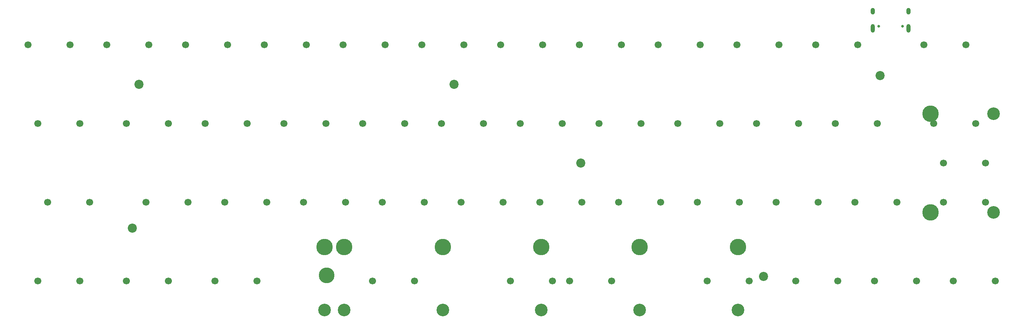
<source format=gbr>
G04 #@! TF.GenerationSoftware,KiCad,Pcbnew,(7.0.0)*
G04 #@! TF.CreationDate,2023-09-25T14:47:28+02:00*
G04 #@! TF.ProjectId,vootington,766f6f74-696e-4677-946f-6e2e6b696361,rev?*
G04 #@! TF.SameCoordinates,Original*
G04 #@! TF.FileFunction,Soldermask,Top*
G04 #@! TF.FilePolarity,Negative*
%FSLAX46Y46*%
G04 Gerber Fmt 4.6, Leading zero omitted, Abs format (unit mm)*
G04 Created by KiCad (PCBNEW (7.0.0)) date 2023-09-25 14:47:28*
%MOMM*%
%LPD*%
G01*
G04 APERTURE LIST*
%ADD10C,1.700000*%
%ADD11C,2.200000*%
%ADD12C,3.048000*%
%ADD13C,3.987800*%
%ADD14C,3.800000*%
%ADD15C,0.650000*%
%ADD16O,1.000000X1.600000*%
%ADD17O,1.000000X2.100000*%
G04 APERTURE END LIST*
D10*
X155257500Y-79375000D03*
X165417500Y-79375000D03*
X212407500Y-79375000D03*
X222567500Y-79375000D03*
X36195000Y-79375000D03*
X46355000Y-79375000D03*
X193357500Y-79375000D03*
X203517500Y-79375000D03*
X255270000Y-98425000D03*
X265430000Y-98425000D03*
X136207500Y-79375000D03*
X146367500Y-79375000D03*
X202882500Y-41275000D03*
X213042500Y-41275000D03*
X169545000Y-60325000D03*
X179705000Y-60325000D03*
X98107500Y-79375000D03*
X108267500Y-79375000D03*
X93345000Y-60325000D03*
X103505000Y-60325000D03*
X236220000Y-98425000D03*
X246380000Y-98425000D03*
X76676250Y-98425000D03*
X86836250Y-98425000D03*
X74295000Y-60325000D03*
X84455000Y-60325000D03*
D11*
X56715000Y-85573750D03*
D10*
X60007500Y-79375000D03*
X70167500Y-79375000D03*
X231457500Y-79375000D03*
X241617500Y-79375000D03*
X112395000Y-60325000D03*
X122555000Y-60325000D03*
X226695000Y-60325000D03*
X236855000Y-60325000D03*
X69532500Y-41275000D03*
X79692500Y-41275000D03*
X174307500Y-79375000D03*
X184467500Y-79375000D03*
X33813750Y-98425000D03*
X43973750Y-98425000D03*
X248126250Y-41275000D03*
X258286250Y-41275000D03*
X88582500Y-41275000D03*
X98742500Y-41275000D03*
X79057500Y-79375000D03*
X89217500Y-79375000D03*
X164782500Y-41275000D03*
X174942500Y-41275000D03*
X31432500Y-41275000D03*
X41592500Y-41275000D03*
D12*
X131762500Y-105410000D03*
D13*
X131762500Y-90170000D03*
D12*
X107950000Y-105410000D03*
D13*
X107950000Y-90170000D03*
D11*
X209309500Y-97302500D03*
D10*
X114776250Y-98425000D03*
X124936250Y-98425000D03*
X183832500Y-41275000D03*
X193992500Y-41275000D03*
X221932500Y-41275000D03*
X232092500Y-41275000D03*
D14*
X103662500Y-97024000D03*
D13*
X249713750Y-57943750D03*
X249713750Y-81756250D03*
D12*
X264953750Y-57943750D03*
X264953750Y-81756250D03*
D10*
X131445000Y-60325000D03*
X141605000Y-60325000D03*
X148107400Y-98425000D03*
X158267400Y-98425000D03*
X33813750Y-60325000D03*
X43973750Y-60325000D03*
X107632500Y-41275000D03*
X117792500Y-41275000D03*
X252888750Y-79375000D03*
X263048750Y-79375000D03*
D11*
X237562500Y-48674000D03*
D12*
X203193650Y-105410000D03*
D13*
X203193650Y-90170000D03*
D12*
X103181150Y-105410000D03*
D13*
X103181150Y-90170000D03*
D10*
X126682500Y-41275000D03*
X136842500Y-41275000D03*
X162401250Y-98425000D03*
X172561250Y-98425000D03*
X117157500Y-79375000D03*
X127317500Y-79375000D03*
X252888750Y-69850000D03*
X263048750Y-69850000D03*
X207645000Y-60325000D03*
X217805000Y-60325000D03*
X188595000Y-60325000D03*
X198755000Y-60325000D03*
X55245000Y-60325000D03*
X65405000Y-60325000D03*
X217170000Y-98425000D03*
X227330000Y-98425000D03*
X250507500Y-60325000D03*
X260667500Y-60325000D03*
X150495000Y-60325000D03*
X160655000Y-60325000D03*
X195738750Y-98425000D03*
X205898750Y-98425000D03*
X145732500Y-41275000D03*
X155892500Y-41275000D03*
D11*
X165162500Y-69850000D03*
D10*
X55245000Y-98425000D03*
X65405000Y-98425000D03*
X50482500Y-41275000D03*
X60642500Y-41275000D03*
D12*
X179387500Y-105410000D03*
D13*
X179387500Y-90170000D03*
D12*
X155575000Y-105410000D03*
D13*
X155575000Y-90170000D03*
D11*
X58312500Y-50800000D03*
X134512500Y-50800000D03*
D15*
X237203500Y-36731250D03*
X242983500Y-36731250D03*
D16*
X235773499Y-33081249D03*
D17*
X235773499Y-37261249D03*
D16*
X244413499Y-33081249D03*
D17*
X244413499Y-37261249D03*
M02*

</source>
